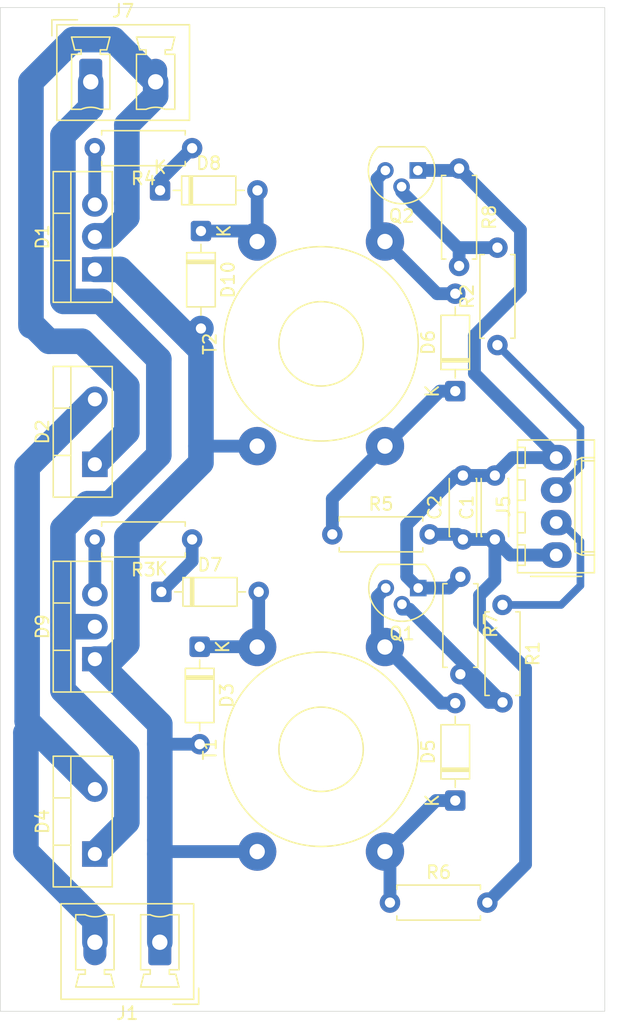
<source format=kicad_pcb>
(kicad_pcb (version 20241229) (generator "pcbnew") (generator_version "9.0")
  (layers (0 "F.Cu" signal) (2 "B.Cu" signal) (13 "F.Paste" user) (15 "B.Paste" user) (5 "F.SilkS" user "F.Silkscreen") (7 "B.SilkS" user "B.Silkscreen") (1 "F.Mask" user) (3 "B.Mask" user) (25 "Edge.Cuts" user))
  (net 0 "")
  (net 1 "+VDC")
  (net 2 "-VDC")
  (net 3 "NEUT")
  (net 4 "Net-(D1-G)")
  (net 5 "LINE")
  (net 6 "Net-(D7-K)")
  (net 7 "+5V")
  (net 8 "Net-(D5-A)")
  (net 9 "Net-(D6-A)")
  (net 10 "SCR2")
  (net 11 "SCR1")
  (net 12 "GND")
  (net 13 "Net-(Q1-B)")
  (net 14 "Net-(Q2-B)")
  (net 15 "Net-(D3-K)")
  (net 16 "Net-(D8-K)")
  (net 17 "Net-(D10-K)")
  (net 18 "Net-(D9-G)")
  (net 19 "Net-(D5-K)")
  (net 20 "Net-(D6-K)")
  (footprint "Resistor_THT:R_Axial_DIN0207_L6.3mm_D2.5mm_P7.62mm_Horizontal" (layer "F.Cu") (at 169.2 95.4 90)
    (property "Reference" "R2" (at 3.81 -2.37 90) (layer "F.SilkS"))
    (property "Value" "R")
    (fp_line (start 7.08 -1.37) (end 7.08 -1.04) (stroke (width 0.12)) (layer "F.SilkS"))
    (fp_line (start 0.54 -1.37) (end 7.08 -1.37) (stroke (width 0.12)) (layer "F.SilkS"))
    (fp_line (start 0.54 -1.04) (end 0.54 -1.37) (stroke (width 0.12)) (layer "F.SilkS"))
    (fp_line (start 0.54 1.04) (end 0.54 1.37) (stroke (width 0.12)) (layer "F.SilkS"))
    (fp_line (start 7.08 1.37) (end 7.08 1.04) (stroke (width 0.12)) (layer "F.SilkS"))
    (fp_line (start 0.54 1.37) (end 7.08 1.37) (stroke (width 0.12)) (layer "F.SilkS"))
    (pad "1" thru_hole circle (at 0 0 90) (size 1.6 1.6) (drill 0.8) (layers "*.Cu" "*.Mask") (net 10 "SCR2"))
    (pad "2" thru_hole circle (at 7.62 0 90) (size 1.6 1.6) (drill 0.8) (layers "*.Cu" "*.Mask") (net 14 "Net-(Q2-B)"))
  )
  (footprint "Package_TO_SOT_THT:TO-92" (layer "F.Cu") (at 162.97 81.74 180)
    (property "Reference" "Q2" (at 1.27 -3.56 0) (layer "F.SilkS"))
    (property "Value" "Q_NPN_EBC")
    (fp_line (start -0.53 1.85) (end 3.07 1.85) (stroke (width 0.12)) (layer "F.SilkS"))
    (fp_arc (start 1.27 -2.6) (mid 3.672087 -0.994977) (end 3.108478 1.838478) (stroke (width 0.12)) (layer "F.SilkS"))
    (fp_arc (start -0.568478 1.838478) (mid -1.132087 -0.994977) (end 1.27 -2.6) (stroke (width 0.12)) (layer "F.SilkS"))
    (pad "1" thru_hole rect (at 0 0 180) (size 1.3 1.3) (drill 0.75) (layers "*.Cu" "*.Mask") (net 12 "GND"))
    (pad "2" thru_hole circle (at 1.27 -1.27 180) (size 1.3 1.3) (drill 0.75) (layers "*.Cu" "*.Mask") (net 14 "Net-(Q2-B)"))
    (pad "3" thru_hole circle (at 2.54 0 180) (size 1.3 1.3) (drill 0.75) (layers "*.Cu" "*.Mask") (net 9 "Net-(D6-A)"))
  )
  (footprint "Capacitor_THT:C_Disc_D4.3mm_W1.9mm_P5.00mm" (layer "F.Cu") (at 166.5 110.6 90)
    (property "Reference" "C2" (at 2.5 -2.2 90) (layer "F.SilkS"))
    (property "Value" "C")
    (fp_line (start 0.23 -1.07) (end 4.77 -1.07) (stroke (width 0.12)) (layer "F.SilkS"))
    (fp_line (start 0.23 -1.014) (end 0.23 -1.07) (stroke (width 0.12)) (layer "F.SilkS"))
    (fp_line (start 4.77 1.014) (end 4.77 1.07) (stroke (width 0.12)) (layer "F.SilkS"))
    (fp_line (start 4.77 1.07) (end 0.23 1.07) (stroke (width 0.12)) (layer "F.SilkS"))
    (pad "1" thru_hole circle (at 0 0 90) (size 1.6 1.6) (drill 0.8) (layers "*.Cu" "*.Mask") (net 7 "+5V"))
    (pad "2" thru_hole circle (at 5 0 90) (size 1.6 1.6) (drill 0.8) (layers "*.Cu" "*.Mask") (net 12 "GND"))
  )
  (footprint "Package_TO_SOT_THT:TO-220-3_Vertical" (layer "F.Cu") (at 137.7 89.48 90)
    (property "Reference" "D1" (at 2.54 -4.1 90) (layer "F.SilkS"))
    (property "Value" "Q_SCR_KAG")
    (fp_line (start 7.65 -3.26) (end 7.65 1.36) (stroke (width 0.12)) (layer "F.SilkS"))
    (fp_line (start 4.39 -3.26) (end 4.39 -1.88) (stroke (width 0.12)) (layer "F.SilkS"))
    (fp_line (start 0.69 -3.26) (end 0.69 -1.88) (stroke (width 0.12)) (layer "F.SilkS"))
    (fp_line (start -2.57 -3.26) (end 7.65 -3.26) (stroke (width 0.12)) (layer "F.SilkS"))
    (fp_line (start -2.57 -1.88) (end 7.65 -1.88) (stroke (width 0.12)) (layer "F.SilkS"))
    (fp_line (start 7.65 1.36) (end -2.57 1.36) (stroke (width 0.12)) (layer "F.SilkS"))
    (fp_line (start -2.57 1.36) (end -2.57 -3.26) (stroke (width 0.12)) (layer "F.SilkS"))
    (pad "1" thru_hole rect (at 0 0 90) (size 1.905 2) (drill 1.1) (layers "*.Cu" "*.Mask") (net 1 "+VDC"))
    (pad "2" thru_hole oval (at 2.54 0 90) (size 1.905 2) (drill 1.1) (layers "*.Cu" "*.Mask") (net 5 "LINE"))
    (pad "3" thru_hole oval (at 5.08 0 90) (size 1.905 2) (drill 1.1) (layers "*.Cu" "*.Mask") (net 4 "Net-(D1-G)"))
  )
  (footprint "Diode_THT:D_DO-35_SOD27_P7.62mm_Horizontal" (layer "F.Cu") (at 145.9 118.99 -90)
    (property "Reference" "D3" (at 3.81 -2.12 90) (layer "F.SilkS"))
    (property "Value" "1N4148")
    (fp_line (start 1.04 0) (end 1.69 0) (stroke (width 0.12)) (layer "F.SilkS"))
    (fp_line (start 6.58 0) (end 5.93 0) (stroke (width 0.12)) (layer "F.SilkS"))
    (fp_line (start 2.29 -1.12) (end 2.29 1.12) (stroke (width 0.12)) (layer "F.SilkS"))
    (fp_line (start 2.41 -1.12) (end 2.41 1.12) (stroke (width 0.12)) (layer "F.SilkS"))
    (fp_line (start 2.53 -1.12) (end 2.53 1.12) (stroke (width 0.12)) (layer "F.SilkS"))
    (fp_rect (start 1.69 -1.12) (end 5.93 1.12) (stroke (width 0.12)) (fill no) (layer "F.SilkS"))
    (fp_text user "K" (at 0 -1.8 90) (layer "F.SilkS"))
    (pad "1" thru_hole roundrect (at 0 0 270) (size 1.6 1.6) (drill 0.8) (layers "*.Cu" "*.Mask") (roundrect_rratio 0.15625) (net 15 "Net-(D3-K)"))
    (pad "2" thru_hole circle (at 7.62 0 270) (size 1.6 1.6) (drill 0.8) (layers "*.Cu" "*.Mask") (net 1 "+VDC"))
  )
  (footprint "Diode_THT:D_DO-35_SOD27_P7.62mm_Horizontal" (layer "F.Cu") (at 142.8 83.3)
    (property "Reference" "D8" (at 3.81 -2.12 0) (layer "F.SilkS"))
    (property "Value" "1N4148")
    (fp_line (start 1.04 0) (end 1.69 0) (stroke (width 0.12)) (layer "F.SilkS"))
    (fp_line (start 2.29 -1.12) (end 2.29 1.12) (stroke (width 0.12)) (layer "F.SilkS"))
    (fp_line (start 2.41 -1.12) (end 2.41 1.12) (stroke (width 0.12)) (layer "F.SilkS"))
    (fp_line (start 2.53 -1.12) (end 2.53 1.12) (stroke (width 0.12)) (layer "F.SilkS"))
    (fp_line (start 6.58 0) (end 5.93 0) (stroke (width 0.12)) (layer "F.SilkS"))
    (fp_rect (start 1.69 -1.12) (end 5.93 1.12) (stroke (width 0.12)) (fill no) (layer "F.SilkS"))
    (fp_text user "K" (at 0 -1.8 0) (layer "F.SilkS"))
    (pad "1" thru_hole roundrect (at 0 0) (size 1.6 1.6) (drill 0.8) (layers "*.Cu" "*.Mask") (roundrect_rratio 0.15625) (net 16 "Net-(D8-K)"))
    (pad "2" thru_hole circle (at 7.62 0) (size 1.6 1.6) (drill 0.8) (layers "*.Cu" "*.Mask") (net 17 "Net-(D10-K)"))
  )
  (footprint "Connector_Molex:Molex_KK-254_AE-6410-04A_1x04_P2.54mm_Vertical" (layer "F.Cu") (at 173.8 111.82 90)
    (property "Reference" "J5" (at 3.81 -4.12 90) (layer "F.SilkS"))
    (property "Value" "jst")
    (fp_line (start 9 -3.03) (end -1.38 -3.03) (stroke (width 0.12)) (layer "F.SilkS"))
    (fp_line (start 6.82 -3.03) (end 6.82 -2.43) (stroke (width 0.12)) (layer "F.SilkS"))
    (fp_line (start 4.28 -3.03) (end 4.28 -2.43) (stroke (width 0.12)) (layer "F.SilkS"))
    (fp_line (start 1.74 -3.03) (end 1.74 -2.43) (stroke (width 0.12)) (layer "F.SilkS"))
    (fp_line (start -0.8 -3.03) (end -0.8 -2.43) (stroke (width 0.12)) (layer "F.SilkS"))
    (fp_line (start -1.38 -3.03) (end -1.38 2.99) (stroke (width 0.12)) (layer "F.SilkS"))
    (fp_line (start 8.42 -2.43) (end 8.42 -3.03) (stroke (width 0.12)) (layer "F.SilkS"))
    (fp_line (start 6.82 -2.43) (end 8.42 -2.43) (stroke (width 0.12)) (layer "F.SilkS"))
    (fp_line (start 5.88 -2.43) (end 5.88 -3.03) (stroke (width 0.12)) (layer "F.SilkS"))
    (fp_line (start 4.28 -2.43) (end 5.88 -2.43) (stroke (width 0.12)) (layer "F.SilkS"))
    (fp_line (start 3.34 -2.43) (end 3.34 -3.03) (stroke (width 0.12)) (layer "F.SilkS"))
    (fp_line (start 1.74 -2.43) (end 3.34 -2.43) (stroke (width 0.12)) (layer "F.SilkS"))
    (fp_line (start 0.8 -2.43) (end 0.8 -3.03) (stroke (width 0.12)) (layer "F.SilkS"))
    (fp_line (start -0.8 -2.43) (end 0.8 -2.43) (stroke (width 0.12)) (layer "F.SilkS"))
    (fp_line (start -1.67 -2) (end -1.67 2) (stroke (width 0.12)) (layer "F.SilkS"))
    (fp_line (start 7.37 1.46) (end 7.62 1.99) (stroke (width 0.12)) (layer "F.SilkS"))
    (fp_line (start 0.25 1.46) (end 7.37 1.46) (stroke (width 0.12)) (layer "F.SilkS"))
    (fp_line (start 7.62 1.99) (end 7.62 2.99) (stroke (width 0.12)) (layer "F.SilkS"))
    (fp_line (start 0 1.99) (end 0.25 1.46) (stroke (width 0.12)) (layer "F.SilkS"))
    (fp_line (start 0 1.99) (end 7.62 1.99) (stroke (width 0.12)) (layer "F.SilkS"))
    (fp_line (start 9 2.99) (end 9 -3.03) (stroke (width 0.12)) (layer "F.SilkS"))
    (fp_line (start 7.37 2.99) (end 7.37 1.99) (stroke (width 0.12)) (layer "F.SilkS"))
    (fp_line (start 0.25 2.99) (end 0.25 1.99) (stroke (width 0.12)) (layer "F.SilkS"))
    (fp_line (start 0 2.99) (end 0 1.99) (stroke (width 0.12)) (layer "F.SilkS"))
    (fp_line (start -1.38 2.99) (end 9 2.99) (stroke (width 0.12)) (layer "F.SilkS"))
    (pad "1" thru_hole oval (at 0 0 90) (size 2 2.4) (drill 1) (layers "*.Cu" "*.Mask") (net 7 "+5V"))
    (pad "2" thru_hole oval (at 2.54 0 90) (size 2 2.4) (drill 1) (layers "*.Cu" "*.Mask") (net 11 "SCR1"))
    (pad "3" thru_hole oval (at 5.08 0 90) (size 2 2.4) (drill 1) (layers "*.Cu" "*.Mask") (net 10 "SCR2"))
    (pad "4" thru_hole oval (at 7.62 0 90) (size 2 2.4) (drill 1) (layers "*.Cu" "*.Mask") (net 12 "GND"))
  )
  (footprint "Diode_THT:D_DO-35_SOD27_P7.62mm_Horizontal" (layer "F.Cu") (at 165.9 131.02 90)
    (property "Reference" "D5" (at 3.81 -2.12 90) (layer "F.SilkS"))
    (property "Value" "1N4148")
    (fp_line (start 2.53 -1.12) (end 2.53 1.12) (stroke (width 0.12)) (layer "F.SilkS"))
    (fp_line (start 2.41 -1.12) (end 2.41 1.12) (stroke (width 0.12)) (layer "F.SilkS"))
    (fp_line (start 2.29 -1.12) (end 2.29 1.12) (stroke (width 0.12)) (layer "F.SilkS"))
    (fp_line (start 6.58 0) (end 5.93 0) (stroke (width 0.12)) (layer "F.SilkS"))
    (fp_line (start 1.04 0) (end 1.69 0) (stroke (width 0.12)) (layer "F.SilkS"))
    (fp_rect (start 1.69 -1.12) (end 5.93 1.12) (stroke (width 0.12)) (fill no) (layer "F.SilkS"))
    (fp_text user "K" (at 0 -1.8 90) (layer "F.SilkS"))
    (pad "1" thru_hole roundrect (at 0 0 90) (size 1.6 1.6) (drill 0.8) (layers "*.Cu" "*.Mask") (roundrect_rratio 0.15625) (net 19 "Net-(D5-K)"))
    (pad "2" thru_hole circle (at 7.62 0 90) (size 1.6 1.6) (drill 0.8) (layers "*.Cu" "*.Mask") (net 8 "Net-(D5-A)"))
  )
  (footprint "Transformer_THT:Transformer_Toroid_Horizontal_D14.0mm_Amidon-T50" (layer "F.Cu") (at 160.4 135.01 90)
    (property "Reference" "T1" (at 8 -13.7 90) (layer "F.SilkS"))
    (property "Value" "Transformer_1P_1S")
    (fp_circle (center 8 -5) (end 8 -12.6) (stroke (width 0.12)) (fill no) (layer "F.SilkS"))
    (fp_circle (center 8 -5) (end 8 -8.3) (stroke (width 0.12)) (fill no) (layer "F.SilkS"))
    (pad "1" thru_hole circle (at 0 0 90) (size 3 3) (drill 1.2) (layers "*.Cu" "*.Mask") (net 19 "Net-(D5-K)"))
    (pad "2" thru_hole circle (at 16 0 90) (size 3 3) (drill 1.2) (layers "*.Cu" "*.Mask") (net 8 "Net-(D5-A)"))
    (pad "3" thru_hole circle (at 0 -10 90) (size 3 3) (drill 1.2) (layers "*.Cu" "*.Mask") (net 1 "+VDC"))
    (pad "4" thru_hole circle (at 16 -10 90) (size 3 3) (drill 1.2) (layers "*.Cu" "*.Mask") (net 15 "Net-(D3-K)"))
  )
  (footprint "Diode_THT:D_DO-35_SOD27_P7.62mm_Horizontal" (layer "F.Cu") (at 142.9 114.7)
    (property "Reference" "D7" (at 3.81 -2.12 0) (layer "F.SilkS"))
    (property "Value" "1N4148")
    (fp_line (start 1.04 0) (end 1.69 0) (stroke (width 0.12)) (layer "F.SilkS"))
    (fp_line (start 2.29 -1.12) (end 2.29 1.12) (stroke (width 0.12)) (layer "F.SilkS"))
    (fp_line (start 2.41 -1.12) (end 2.41 1.12) (stroke (width 0.12)) (layer "F.SilkS"))
    (fp_line (start 2.53 -1.12) (end 2.53 1.12) (stroke (width 0.12)) (layer "F.SilkS"))
    (fp_line (start 6.58 0) (end 5.93 0) (stroke (width 0.12)) (layer "F.SilkS"))
    (fp_rect (start 1.69 -1.12) (end 5.93 1.12) (stroke (width 0.12)) (fill no) (layer "F.SilkS"))
    (fp_text user "K" (at 0 -1.8 0) (layer "F.SilkS"))
    (pad "1" thru_hole roundrect (at 0 0) (size 1.6 1.6) (drill 0.8) (layers "*.Cu" "*.Mask") (roundrect_rratio 0.15625) (net 6 "Net-(D7-K)"))
    (pad "2" thru_hole circle (at 7.62 0) (size 1.6 1.6) (drill 0.8) (layers "*.Cu" "*.Mask") (net 15 "Net-(D3-K)"))
  )
  (footprint "Resistor_THT:R_Axial_DIN0207_L6.3mm_D2.5mm_P7.62mm_Horizontal" (layer "F.Cu") (at 166.2 81.59 -90)
    (property "Reference" "R8" (at 3.81 -2.37 90) (layer "F.SilkS"))
    (property "Value" "R")
    (fp_line (start 0.54 1.37) (end 7.08 1.37) (stroke (width 0.12)) (layer "F.SilkS"))
    (fp_line (start 7.08 1.37) (end 7.08 1.04) (stroke (width 0.12)) (layer "F.SilkS"))
    (fp_line (start 0.54 1.04) (end 0.54 1.37) (stroke (width 0.12)) (layer "F.SilkS"))
    (fp_line (start 0.54 -1.04) (end 0.54 -1.37) (stroke (width 0.12)) (layer "F.SilkS"))
    (fp_line (start 0.54 -1.37) (end 7.08 -1.37) (stroke (width 0.12)) (layer "F.SilkS"))
    (fp_line (start 7.08 -1.37) (end 7.08 -1.04) (stroke (width 0.12)) (layer "F.SilkS"))
    (pad "1" thru_hole circle (at 0 0 270) (size 1.6 1.6) (drill 0.8) (layers "*.Cu" "*.Mask") (net 12 "GND"))
    (pad "2" thru_hole circle (at 7.62 0 270) (size 1.6 1.6) (drill 0.8) (layers "*.Cu" "*.Mask") (net 14 "Net-(Q2-B)"))
  )
  (footprint "Package_TO_SOT_THT:TO-220-2_Vertical" (layer "F.Cu") (at 137.7 104.72 90)
    (property "Reference" "D2" (at 2.54 -4.1 90) (layer "F.SilkS"))
    (property "Value" "D")
    (fp_line (start 7.65 -3.26) (end 7.65 1.36) (stroke (width 0.12)) (layer "F.SilkS"))
    (fp_line (start 4.39 -3.26) (end 4.39 -1.88) (stroke (width 0.12)) (layer "F.SilkS"))
    (fp_line (start 0.69 -3.26) (end 0.69 -1.88) (stroke (width 0.12)) (layer "F.SilkS"))
    (fp_line (start -2.57 -3.26) (end 7.65 -3.26) (stroke (width 0.12)) (layer "F.SilkS"))
    (fp_line (start -2.57 -1.88) (end 7.65 -1.88) (stroke (width 0.12)) (layer "F.SilkS"))
    (fp_line (start 7.65 1.36) (end -2.57 1.36) (stroke (width 0.12)) (layer "F.SilkS"))
    (fp_line (start -2.57 1.36) (end -2.57 -3.26) (stroke (width 0.12)) (layer "F.SilkS"))
    (pad "1" thru_hole rect (at 0 0 90) (size 2 2) (drill 1.1) (layers "*.Cu" "*.Mask") (net 5 "LINE"))
    (pad "2" thru_hole circle (at 5.08 0 90) (size 2 2) (drill 1.1) (layers "*.Cu" "*.Mask") (net 2 "-VDC"))
  )
  (footprint "Resistor_THT:R_Axial_DIN0207_L6.3mm_D2.5mm_P7.62mm_Horizontal" (layer "F.Cu") (at 145.31 80 180)
    (property "Reference" "R4" (at 3.81 -2.37 0) (layer "F.SilkS"))
    (property "Value" "R")
    (fp_line (start 7.08 1.37) (end 7.08 1.04) (stroke (width 0.12)) (layer "F.SilkS"))
    (fp_line (start 7.08 -1.37) (end 7.08 -1.04) (stroke (width 0.12)) (layer "F.SilkS"))
    (fp_line (start 0.54 1.37) (end 7.08 1.37) (stroke (width 0.12)) (layer "F.SilkS"))
    (fp_line (start 0.54 1.04) (end 0.54 1.37) (stroke (width 0.12)) (layer "F.SilkS"))
    (fp_line (start 0.54 -1.04) (end 0.54 -1.37) (stroke (width 0.12)) (layer "F.SilkS"))
    (fp_line (start 0.54 -1.37) (end 7.08 -1.37) (stroke (width 0.12)) (layer "F.SilkS"))
    (pad "1" thru_hole circle (at 0 0 180) (size 1.6 1.6) (drill 0.8) (layers "*.Cu" "*.Mask") (net 16 "Net-(D8-K)"))
    (pad "2" thru_hole circle (at 7.62 0 180) (size 1.6 1.6) (drill 0.8) (layers "*.Cu" "*.Mask") (net 4 "Net-(D1-G)"))
  )
  (footprint "Package_TO_SOT_THT:TO-92" (layer "F.Cu") (at 163 114.4 180)
    (property "Reference" "Q1" (at 1.27 -3.56 0) (layer "F.SilkS"))
    (property "Value" "Q_NPN_EBC")
    (fp_line (start -0.53 1.85) (end 3.07 1.85) (stroke (width 0.12)) (layer "F.SilkS"))
    (fp_arc (start 1.27 -2.6) (mid 3.672087 -0.994977) (end 3.108478 1.838478) (stroke (width 0.12)) (layer "F.SilkS"))
    (fp_arc (start -0.568478 1.838478) (mid -1.132087 -0.994977) (end 1.27 -2.6) (stroke (width 0.12)) (layer "F.SilkS"))
    (pad "1" thru_hole rect (at 0 0 180) (size 1.3 1.3) (drill 0.75) (layers "*.Cu" "*.Mask") (net 12 "GND"))
    (pad "2" thru_hole circle (at 1.27 -1.27 180) (size 1.3 1.3) (drill 0.75) (layers "*.Cu" "*.Mask") (net 13 "Net-(Q1-B)"))
    (pad "3" thru_hole circle (at 2.54 0 180) (size 1.3 1.3) (drill 0.75) (layers "*.Cu" "*.Mask") (net 8 "Net-(D5-A)"))
  )
  (footprint "Connector_Phoenix_MC_HighVoltage:PhoenixContact_MCV_1,5_2-G-5.08_1x02_P5.08mm_Vertical" (layer "F.Cu") (at 137.3745 74.808714)
    (property "Reference" "J7" (at 2.54 -5.55 0) (layer "F.SilkS"))
    (property "Value" "VAC")
    (fp_line (start -3.04 -4.85) (end -1.04 -4.85) (stroke (width 0.12)) (layer "F.SilkS"))
    (fp_line (start -3.04 -3.6) (end -3.04 -4.85) (stroke (width 0.12)) (layer "F.SilkS"))
    (fp_line (start -2.65 -4.46) (end -2.65 3.01) (stroke (width 0.12)) (layer "F.SilkS"))
    (fp_line (start -2.65 3.01) (end 7.73 3.01) (stroke (width 0.12)) (layer "F.SilkS"))
    (fp_line (start -1.5 -3.5) (end 1.5 -3.5) (stroke (width 0.12)) (layer "F.SilkS"))
    (fp_line (start -1.5 -2.15) (end -0.75 -2.15) (stroke (width 0.12)) (layer "F.SilkS"))
    (fp_line (start -1.5 2.15) (end -1.5 -2.15) (stroke (width 0.12)) (layer "F.SilkS"))
    (fp_line (start -1.25 -2.5) (end -1.5 -3.5) (stroke (width 0.12)) (layer "F.SilkS"))
    (fp_line (start -0.75 -2.5) (end -1.25 -2.5) (stroke (width 0.12)) (layer "F.SilkS"))
    (fp_line (start -0.75 -2.15) (end -0.75 -2.5) (stroke (width 0.12)) (layer "F.SilkS"))
    (fp_line (start -0.75 2.15) (end -1.5 2.15) (stroke (width 0.12)) (layer "F.SilkS"))
    (fp_line (start 0.75 -2.5) (end 0.75 -2.15) (stroke (width 0.12)) (layer "F.SilkS"))
    (fp_line (start 0.75 -2.15) (end 1.5 -2.15) (stroke (width 0.12)) (layer "F.SilkS"))
    (fp_line (start 1.25 -2.5) (end 0.75 -2.5) (stroke (width 0.12)) (layer "F.SilkS"))
    (fp_line (start 1.5 -3.5) (end 1.25 -2.5) (stroke (width 0.12)) (layer "F.SilkS"))
    (fp_line (start 1.5 -2.15) (end 1.5 2.15) (stroke (width 0.12)) (layer "F.SilkS"))
    (fp_line (start 1.5 2.15) (end 0.75 2.15) (stroke (width 0.12)) (layer "F.SilkS"))
    (fp_line (start 3.58 -3.5) (end 6.58 -3.5) (stroke (width 0.12)) (layer "F.SilkS"))
    (fp_line (start 3.58 -2.15) (end 4.33 -2.15) (stroke (width 0.12)) (layer "F.SilkS"))
    (fp_line (start 3.58 2.15) (end 3.58 -2.15) (stroke (width 0.12)) (layer "F.SilkS"))
    (fp_line (start 3.83 -2.5) (end 3.58 -3.5) (stroke (width 0.12)) (layer "F.SilkS"))
    (fp_line (start 4.33 -2.5) (end 3.83 -2.5) (stroke (width 0.12)) (layer "F.SilkS"))
    (fp_line (start 4.33 -2.15) (end 4.33 -2.5) (stroke (width 0.12)) (layer "F.SilkS"))
    (fp_line (start 4.33 2.15) (end 3.58 2.15) (stroke (width 0.12)) (layer "F.SilkS"))
    (fp_line (start 5.83 -2.5) (end 5.83 -2.15) (stroke (width 0.12)) (layer "F.SilkS"))
    (fp_line (start 5.83 -2.15) (end 6.58 -2.15) (stroke (width 0.12)) (layer "F.SilkS"))
    (fp_line (start 6.33 -2.5) (end 5.83 -2.5) (stroke (width 0.12)) (layer "F.SilkS"))
    (fp_line (start 6.58 -3.5) (end 6.33 -2.5) (stroke (width 0.12)) (layer "F.SilkS"))
    (fp_line (start 6.58 -2.15) (end 6.58 2.15) (stroke (width 0.12)) (layer "F.SilkS"))
    (fp_line (start 6.58 2.15) (end 5.83 2.15) (stroke (width 0.12)) (layer "F.SilkS"))
    (fp_line (start 7.73 -4.46) (end -2.65 -4.46) (stroke (width 0.12)) (layer "F.SilkS"))
    (fp_line (start 7.73 3.01) (end 7.73 -4.46) (stroke (width 0.12)) (layer "F.SilkS"))
    (fp_arc (start -0.75 2.15) (mid -0.000193 1.99191) (end 0.749647 2.149844) (stroke (width 0.12)) (layer "F.SilkS"))
    (fp_arc (start 4.33 2.15) (mid 5.079807 1.99191) (end 5.829647 2.149844) (stroke (width 0.12)) (layer "F.SilkS"))
    (pad "1" thru_hole roundrect (at 0 0) (size 1.8 3.6) (drill 1.2) (layers "*.Cu" "*.Mask") (roundrect_rratio 0.138889) (net 3 "NEUT"))
    (pad "2" thru_hole oval (at 5.08 0) (size 1.8 3.6) (drill 1.2) (layers "*.Cu" "*.Mask") (net 5 "LINE"))
  )
  (footprint "Diode_THT:D_DO-35_SOD27_P7.62mm_Horizontal" (layer "F.Cu") (at 165.9 99 90)
    (property "Reference" "D6" (at 3.81 -2.12 90) (layer "F.SilkS"))
    (property "Value" "1N4148")
    (fp_line (start 2.53 -1.12) (end 2.53 1.12) (stroke (width 0.12)) (layer "F.SilkS"))
    (fp_line (start 2.41 -1.12) (end 2.41 1.12) (stroke (width 0.12)) (layer "F.SilkS"))
    (fp_line (start 2.29 -1.12) (end 2.29 1.12) (stroke (width 0.12)) (layer "F.SilkS"))
    (fp_line (start 6.58 0) (end 5.93 0) (stroke (width 0.12)) (layer "F.SilkS"))
    (fp_line (start 1.04 0) (end 1.69 0) (stroke (width 0.12)) (layer "F.SilkS"))
    (fp_rect (start 1.69 -1.12) (end 5.93 1.12) (stroke (width 0.12)) (fill no) (layer "F.SilkS"))
    (fp_text user "K" (at 0 -1.8 90) (layer "F.SilkS"))
    (pad "1" thru_hole roundrect (at 0 0 90) (size 1.6 1.6) (drill 0.8) (layers "*.Cu" "*.Mask") (roundrect_rratio 0.15625) (net 20 "Net-(D6-K)"))
    (pad "2" thru_hole circle (at 7.62 0 90) (size 1.6 1.6) (drill 0.8) (layers "*.Cu" "*.Mask") (net 9 "Net-(D6-A)"))
  )
  (footprint "Package_TO_SOT_THT:TO-220-2_Vertical" (layer "F.Cu") (at 137.7 135.2 90)
    (property "Reference" "D4" (at 2.54 -4.1 90) (layer "F.SilkS"))
    (property "Value" "D")
    (fp_line (start 7.65 -3.26) (end 7.65 1.36) (stroke (width 0.12)) (layer "F.SilkS"))
    (fp_line (start 4.39 -3.26) (end 4.39 -1.88) (stroke (width 0.12)) (layer "F.SilkS"))
    (fp_line (start 0.69 -3.26) (end 0.69 -1.88) (stroke (width 0.12)) (layer "F.SilkS"))
    (fp_line (start -2.57 -3.26) (end 7.65 -3.26) (stroke (width 0.12)) (layer "F.SilkS"))
    (fp_line (start -2.57 -1.88) (end 7.65 -1.88) (stroke (width 0.12)) (layer "F.SilkS"))
    (fp_line (start 7.65 1.36) (end -2.57 1.36) (stroke (width 0.12)) (layer "F.SilkS"))
    (fp_line (start -2.57 1.36) (end -2.57 -3.26) (stroke (width 0.12)) (layer "F.SilkS"))
    (pad "1" thru_hole rect (at 0 0 90) (size 2 2) (drill 1.1) (layers "*.Cu" "*.Mask") (net 3 "NEUT"))
    (pad "2" thru_hole circle (at 5.08 0 90) (size 2 2) (drill 1.1) (layers "*.Cu" "*.Mask") (net 2 "-VDC"))
  )
  (footprint "Connector_Phoenix_MC_HighVoltage:PhoenixContact_MCV_1,5_2-G-5.08_1x02_P5.08mm_Vertical" (layer "F.Cu") (at 142.78 142.1 180)
    (property "Reference" "J1" (at 2.54 -5.55 0) (layer "F.SilkS"))
    (property "Value" "VDC")
    (fp_line (start 7.73 3.01) (end 7.73 -4.46) (stroke (width 0.12)) (layer "F.SilkS"))
    (fp_line (start 7.73 -4.46) (end -2.65 -4.46) (stroke (width 0.12)) (layer "F.SilkS"))
    (fp_line (start 6.58 2.15) (end 5.83 2.15) (stroke (width 0.12)) (layer "F.SilkS"))
    (fp_line (start 6.58 -2.15) (end 6.58 2.15) (stroke (width 0.12)) (layer "F.SilkS"))
    (fp_line (start 6.58 -3.5) (end 6.33 -2.5) (stroke (width 0.12)) (layer "F.SilkS"))
    (fp_line (start 6.33 -2.5) (end 5.83 -2.5) (stroke (width 0.12)) (layer "F.SilkS"))
    (fp_line (start 5.83 -2.15) (end 6.58 -2.15) (stroke (width 0.12)) (layer "F.SilkS"))
    (fp_line (start 5.83 -2.5) (end 5.83 -2.15) (stroke (width 0.12)) (layer "F.SilkS"))
    (fp_line (start 4.33 2.15) (end 3.58 2.15) (stroke (width 0.12)) (layer "F.SilkS"))
    (fp_line (start 4.33 -2.15) (end 4.33 -2.5) (stroke (width 0.12)) (layer "F.SilkS"))
    (fp_line (start 4.33 -2.5) (end 3.83 -2.5) (stroke (width 0.12)) (layer "F.SilkS"))
    (fp_line (start 3.83 -2.5) (end 3.58 -3.5) (stroke (width 0.12)) (layer "F.SilkS"))
    (fp_line (start 3.58 2.15) (end 3.58 -2.15) (stroke (width 0.12)) (layer "F.SilkS"))
    (fp_line (start 3.58 -2.15) (end 4.33 -2.15) (stroke (width 0.12)) (layer "F.SilkS"))
    (fp_line (start 3.58 -3.5) (end 6.58 -3.5) (stroke (width 0.12)) (layer "F.SilkS"))
    (fp_line (start 1.5 2.15) (end 0.75 2.15) (stroke (width 0.12)) (layer "F.SilkS"))
    (fp_line (start 1.5 -2.15) (end 1.5 2.15) (stroke (width 0.12)) (layer "F.SilkS"))
    (fp_line (start 1.5 -3.5) (end 1.25 -2.5) (stroke (width 0.12)) (layer "F.SilkS"))
    (fp_line (start 1.25 -2.5) (end 0.75 -2.5) (stroke (width 0.12)) (layer "F.SilkS"))
    (fp_line (start 0.75 -2.15) (end 1.5 -2.15) (stroke (width 0.12)) (layer "F.SilkS"))
    (fp_line (start 0.75 -2.5) (end 0.75 -2.15) (stroke (width 0.12)) (layer "F.SilkS"))
    (fp_line (start -0.75 2.15) (end -1.5 2.15) (stroke (width 0.12)) (layer "F.SilkS"))
    (fp_line (start -0.75 -2.15) (end -0.75 -2.5) (stroke (width 0.12)) (layer "F.SilkS"))
    (fp_line (start -0.75 -2.5) (end -1.25 -2.5) (stroke (width 0.12)) (layer "F.SilkS"))
    (fp_line (start -1.25 -2.5) (end -1.5 -3.5) (stroke (width 0.12)) (layer "F.SilkS"))
    (fp_line (start -1.5 2.15) (end -1.5 -2.15) (stroke (width 0.12)) (layer "F.SilkS"))
    (fp_line (start -1.5 -2.15) (end -0.75 -2.15) (stroke (width 0.12)) (layer "F.SilkS"))
    (fp_line (start -1.5 -3.5) (end 1.5 -3.5) (stroke (width 0.12)) (layer "F.SilkS"))
    (fp_line (start -2.65 3.01) (end 7.73 3.01) (stroke (width 0.12)) (layer "F.SilkS"))
    (fp_line (start -2.65 -4.46) (end -2.65 3.01) (stroke (width 0.12)) (layer "F.SilkS"))
    (fp_line (start -3.04 -3.6) (end -3.04 -4.85) (stroke (width 0.12)) (layer "F.SilkS"))
    (fp_line (start -3.04 -4.85) (end -1.04 -4.85) (stroke (width 0.12)) (layer "F.SilkS"))
    (fp_arc (start 4.33 2.15) (mid 5.079807 1.99191) (end 5.829647 2.149844) (stroke (width 0.12)) (layer "F.SilkS"))
    (fp_arc (start -0.75 2.15) (mid -0.000193 1.99191) (end 0.749647 2.149844) (stroke (width 0.12)) (layer "F.SilkS"))
    (pad "1" thru_hole roundrect (at 0 0 180) (size 1.8 3.6) (drill 1.2) (layers "*.Cu" "*.Mask") (roundrect_rratio 0.138889) (net 1 "+VDC"))
    (pad "2" thru_hole oval (at 5.08 0 180) (size 1.8 3.6) (drill 1.2) (layers "*.Cu" "*.Mask") (net 2 "-VDC"))
  )
  (footprint "Resistor_THT:R_Axial_DIN0207_L6.3mm_D2.5mm_P7.62mm_Horizontal" (layer "F.Cu") (at 160.79 139)
    (property "Reference" "R6" (at 3.81 -2.37 0) (layer "F.SilkS"))
    (property "Value" "R")
    (fp_line (start 0.54 -1.37) (end 7.08 -1.37) (stroke (width 0.12)) (layer "F.SilkS"))
    (fp_line (start 0.54 -1.04) (end 0.54 -1.37) (stroke (width 0.12)) (layer "F.SilkS"))
    (fp_line (start 0.54 1.04) (end 0.54 1.37) (stroke (width 0.12)) (layer "F.SilkS"))
    (fp_line (start 0.54 1.37) (end 7.08 1.37) (stroke (width 0.12)) (layer "F.SilkS"))
    (fp_line (start 7.08 -1.37) (end 7.08 -1.04) (stroke (width 0.12)) (layer "F.SilkS"))
    (fp_line (start 7.08 1.37) (end 7.08 1.04) (stroke (width 0.12)) (layer "F.SilkS"))
    (pad "1" thru_hole circle (at 0 0) (size 1.6 1.6) (drill 0.8) (layers "*.Cu" "*.Mask") (net 19 "Net-(D5-K)"))
    (pad "2" thru_hole circle (at 7.62 0) (size 1.6 1.6) (drill 0.8) (layers "*.Cu" "*.Mask") (net 7 "+5V"))
  )
  (footprint "Resistor_THT:R_Axial_DIN0207_L6.3mm_D2.5mm_P7.62mm_Horizontal" (layer "F.Cu") (at 145.31 110.6 180)
    (property "Reference" "R3" (at 3.81 -2.37 0) (layer "F.SilkS"))
    (property "Value" "R")
    (fp_line (start 7.08 1.37) (end 7.08 1.04) (stroke (width 0.12)) (layer "F.SilkS"))
    (fp_line (start 7.08 -1.37) (end 7.08 -1.04) (stroke (width 0.12)) (layer "F.SilkS"))
    (fp_line (start 0.54 1.37) (end 7.08 1.37) (stroke (width 0.12)) (layer "F.SilkS"))
    (fp_line (start 0.54 1.04) (end 0.54 1.37) (stroke (width 0.12)) (layer "F.SilkS"))
    (fp_line (start 0.54 -1.04) (end 0.54 -1.37) (stroke (width 0.12)) (layer "F.SilkS"))
    (fp_line (start 0.54 -1.37) (end 7.08 -1.37) (stroke (width 0.12)) (layer "F.SilkS"))
    (pad "1" thru_hole circle (at 0 0 180) (size 1.6 1.6) (drill 0.8) (layers "*.Cu" "*.Mask") (net 6 "Net-(D7-K)"))
    (pad "2" thru_hole circle (at 7.62 0 180) (size 1.6 1.6) (drill 0.8) (layers "*.Cu" "*.Mask") (net 18 "Net-(D9-G)"))
  )
  (footprint "Transformer_THT:Transformer_Toroid_Horizontal_D14.0mm_Amidon-T50" (layer "F.Cu") (at 160.4 103.3 90)
    (property "Reference" "T2" (at 8 -13.7 90) (layer "F.SilkS"))
    (property "Value" "Transformer_1P_1S")
    (fp_circle (center 8 -5) (end 8 -12.6) (stroke (width 0.12)) (fill no) (layer "F.SilkS"))
    (fp_circle (center 8 -5) (end 8 -8.3) (stroke (width 0.12)) (fill no) (layer "F.SilkS"))
    (pad "1" thru_hole circle (at 0 0 90) (size 3 3) (drill 1.2) (layers "*.Cu" "*.Mask") (net 20 "Net-(D6-K)"))
    (pad "2" thru_hole circle (at 16 0 90) (size 3 3) (drill 1.2) (layers "*.Cu" "*.Mask") (net 9 "Net-(D6-A)"))
    (pad "3" thru_hole circle (at 0 -10 90) (size 3 3) (drill 1.2) (layers "*.Cu" "*.Mask") (net 1 "+VDC"))
    (pad "4" thru_hole circle (at 16 -10 90) (size 3 3) (drill 1.2) (layers "*.Cu" "*.Mask") (net 17 "Net-(D10-K)"))
  )
  (footprint "Resistor_THT:R_Axial_DIN0207_L6.3mm_D2.5mm_P7.62mm_Horizontal" (layer "F.Cu") (at 169.6 115.72 -90)
    (property "Reference" "R1" (at 3.81 -2.37 90) (layer "F.SilkS"))
    (property "Value" "R")
    (fp_line (start 0.54 1.37) (end 7.08 1.37) (stroke (width 0.12)) (layer "F.SilkS"))
    (fp_line (start 7.08 1.37) (end 7.08 1.04) (stroke (width 0.12)) (layer "F.SilkS"))
    (fp_line (start 0.54 1.04) (end 0.54 1.37) (stroke (width 0.12)) (layer "F.SilkS"))
    (fp_line (start 0.54 -1.04) (end 0.54 -1.37) (stroke (width 0.12)) (layer "F.SilkS"))
    (fp_line (start 0.54 -1.37) (end 7.08 -1.37) (stroke (width 0.12)) (layer "F.SilkS"))
    (fp_line (start 7.08 -1.37) (end 7.08 -1.04) (stroke (width 0.12)) (layer "F.SilkS"))
    (pad "1" thru_hole circle (at 0 0 270) (size 1.6 1.6) (drill 0.8) (layers "*.Cu" "*.Mask") (net 11 "SCR1"))
    (pad "2" thru_hole circle (at 7.62 0 270) (size 1.6 1.6) (drill 0.8) (layers "*.Cu" "*.Mask") (net 13 "Net-(Q1-B)"))
  )
  (footprint "Resistor_THT:R_Axial_DIN0207_L6.3mm_D2.5mm_P7.62mm_Horizontal" (layer "F.Cu") (at 156.28 110.2)
    (property "Reference" "R5" (at 3.81 -2.37 0) (layer "F.SilkS"))
    (property "Value" "R")
    (fp_line (start 0.54 -1.37) (end 7.08 -1.37) (stroke (width 0.12)) (layer "F.SilkS"))
    (fp_line (start 0.54 -1.04) (end 0.54 -1.37) (stroke (width 0.12)) (layer "F.SilkS"))
    (fp_line (start 0.54 1.04) (end 0.54 1.37) (stroke (width 0.12)) (layer "F.SilkS"))
    (fp_line (start 0.54 1.37) (end 7.08 1.37) (stroke (width 0.12)) (layer "F.SilkS"))
    (fp_line (start 7.08 -1.37) (end 7.08 -1.04) (stroke (width 0.12)) (layer "F.SilkS"))
    (fp_line (start 7.08 1.37) (end 7.08 1.04) (stroke (width 0.12)) (layer "F.SilkS"))
    (pad "1" thru_hole circle (at 0 0) (size 1.6 1.6) (drill 0.8) (layers "*.Cu" "*.Mask") (net 20 "Net-(D6-K)"))
    (pad "2" thru_hole circle (at 7.62 0) (size 1.6 1.6) (drill 0.8) (layers "*.Cu" "*.Mask") (net 7 "+5V"))
  )
  (footprint "Diode_THT:D_DO-35_SOD27_P7.62mm_Horizontal" (layer "F.Cu") (at 146 86.48 -90)
    (property "Reference" "D10" (at 3.81 -2.12 90) (layer "F.SilkS"))
    (property "Value" "1N4148")
    (fp_line (start 1.04 0) (end 1.69 0) (stroke (width 0.12)) (layer "F.SilkS"))
    (fp_line (start 6.58 0) (end 5.93 0) (stroke (width 0.12)) (layer "F.SilkS"))
    (fp_line (start 2.29 -1.12) (end 2.29 1.12) (stroke (width 0.12)) (layer "F.SilkS"))
    (fp_line (start 2.41 -1.12) (end 2.41 1.12) (stroke (width 0.12)) (layer "F.SilkS"))
    (fp_line (start 2.53 -1.12) (end 2.53 1.12) (stroke (width 0.12)) (layer "F.SilkS"))
    (fp_rect (start 1.69 -1.12) (end 5.93 1.12) (stroke (width 0.12)) (fill no) (layer "F.SilkS"))
    (fp_text user "K" (at 0 -1.8 90) (layer "F.SilkS"))
    (pad "1" thru_hole roundrect (at 0 0 270) (size 1.6 1.6) (drill 0.8) (layers "*.Cu" "*.Mask") (roundrect_rratio 0.15625) (net 17 "Net-(D10-K)"))
    (pad "2" thru_hole circle (at 7.62 0 270) (size 1.6 1.6) (drill 0.8) (layers "*.Cu" "*.Mask") (net 1 "+VDC"))
  )
  (footprint "Resistor_THT:R_Axial_DIN0207_L6.3mm_D2.5mm_P7.62mm_Horizontal" (layer "F.Cu") (at 166.3 113.52 -90)
    (property "Reference" "R7" (at 3.81 -2.37 90) (layer "F.SilkS"))
    (property "Value" "R")
    (fp_line (start 0.54 1.37) (end 7.08 1.37) (stroke (width 0.12)) (layer "F.SilkS"))
    (fp_line (start 7.08 1.37) (end 7.08 1.04) (stroke (width 0.12)) (layer "F.SilkS"))
    (fp_line (start 0.54 1.04) (end 0.54 1.37) (stroke (width 0.12)) (layer "F.SilkS"))
    (fp_line (start 0.54 -1.04) (end 0.54 -1.37) (stroke (width 0.12)) (layer "F.SilkS"))
    (fp_line (start 0.54 -1.37) (end 7.08 -1.37) (stroke (width 0.12)) (layer "F.SilkS"))
    (fp_line (start 7.08 -1.37) (end 7.08 -1.04) (stroke (width 0.12)) (layer "F.SilkS"))
    (pad "1" thru_hole circle (at 0 0 270) (size 1.6 1.6) (drill 0.8) (layers "*.Cu" "*.Mask") (net 12 "GND"))
    (pad "2" thru_hole circle (at 7.62 0 270) (size 1.6 1.6) (drill 0.8) (layers "*.Cu" "*.Mask") (net 13 "Net-(Q1-B)"))
  )
  (footprint "Capacitor_THT:C_Disc_D4.3mm_W1.9mm_P5.00mm" (layer "F.Cu") (at 169 110.6 90)
    (property "Reference" "C1" (at 2.5 -2.2 90) (layer "F.SilkS"))
    (property "Value" "C")
    (fp_line (start 0.23 -1.07) (end 4.77 -1.07) (stroke (width 0.12)) (layer "F.SilkS"))
    (fp_line (start 0.23 -1.014) (end 0.23 -1.07) (stroke (width 0.12)) (layer "F.SilkS"))
    (fp_line (start 4.77 1.014) (end 4.77 1.07) (stroke (width 0.12)) (layer "F.SilkS"))
    (fp_line (start 4.77 1.07) (end 0.23 1.07) (stroke (width 0.12)) (layer "F.SilkS"))
    (pad "1" thru_hole circle (at 0 0 90) (size 1.6 1.6) (drill 0.8) (layers "*.Cu" "*.Mask") (net 7 "+5V"))
    (pad "2" thru_hole circle (at 5 0 90) (size 1.6 1.6) (drill 0.8) (layers "*.Cu" "*.Mask") (net 12 "GND"))
  )
  (footprint "Package_TO_SOT_THT:TO-220-3_Vertical" (layer "F.Cu") (at 137.7 119.96 90)
    (property "Reference" "D9" (at 2.54 -4.1 90) (layer "F.SilkS"))
    (property "Value" "Q_SCR_KAG")
    (fp_line (start 7.65 -3.26) (end 7.65 1.36) (stroke (width 0.12)) (layer "F.SilkS"))
    (fp_line (start 4.39 -3.26) (end 4.39 -1.88) (stroke (width 0.12)) (layer "F.SilkS"))
    (fp_line (start 0.69 -3.26) (end 0.69 -1.88) (stroke (width 0.12)) (layer "F.SilkS"))
    (fp_line (start -2.57 -3.26) (end 7.65 -3.26) (stroke (width 0.12)) (layer "F.SilkS"))
    (fp_line (start -2.57 -1.88) (end 7.65 -1.88) (stroke (width 0.12)) (layer "F.SilkS"))
    (fp_line (start 7.65 1.36) (end -2.57 1.36) (stroke (width 0.12)) (layer "F.SilkS"))
    (fp_line (start -2.57 1.36) (end -2.57 -3.26) (stroke (width 0.12)) (layer "F.SilkS"))
    (pad "1" thru_hole rect (at 0 0 90) (size 1.905 2) (drill 1.1) (layers "*.Cu" "*.Mask") (net 1 "+VDC"))
    (pad "2" thru_hole oval (at 2.54 0 90) (size 1.905 2) (drill 1.1) (layers "*.Cu" "*.Mask") (net 3 "NEUT"))
    (pad "3" thru_hole oval (at 5.08 0 90) (size 1.905 2) (drill 1.1) (layers "*.Cu" "*.Mask") (net 18 "Net-(D9-G)"))
  )
  (gr_rect (start 130.3 69) (end 177.6 147.5) (stroke (width 0.05)) (fill no) (layer "Edge.Cuts"))
  (segment (start 146 103.3) (end 146 95.8) (width 2) (layer "B.Cu") (net 1))
  (segment (start 142.78 126.6) (end 142.78 125.04) (width 2) (layer "B.Cu") (net 1))
  (segment (start 142.78 125.04) (end 137.7 119.96) (width 2) (layer "B.Cu") (net 1))
  (segment (start 140.201 110.399) (end 146 104.6) (width 2) (layer "B.Cu") (net 1))
  (segment (start 137.7 119.96) (end 139.04 119.96) (width 2) (layer "B.Cu") (net 1))
  (segment (start 145.15 94.95) (end 139.68 89.48) (width 2) (layer "B.Cu") (net 1))
  (segment (start 150.4 135.01) (end 142.97 135.01) (width 1) (layer "B.Cu") (net 1))
  (segment (start 142.78 130.8) (end 142.78 126.6) (width 2) (layer "B.Cu") (net 1))
  (segment (start 142.97 135.01) (end 142.78 135.2) (width 1) (layer "B.Cu") (net 1))
  (segment (start 142.78 134.12) (end 142.78 130.8) (width 2) (layer "B.Cu") (net 1))
  (segment (start 150.4 103.3) (end 146 103.3) (width 1) (layer "B.Cu") (net 1))
  (segment (start 139.04 119.96) (end 140.201 118.799) (width 2) (layer "B.Cu") (net 1))
  (segment (start 146 95.8) (end 145.15 94.95) (width 2) (layer "B.Cu") (net 1))
  (segment (start 142.78 142.1) (end 142.78 135.2) (width 2) (layer "B.Cu") (net 1))
  (segment (start 140.201 118.799) (end 140.201 110.399) (width 2) (layer "B.Cu") (net 1))
  (segment (start 142.78 135.2) (end 142.78 134.12) (width 2) (layer "B.Cu") (net 1))
  (segment (start 142.79 126.61) (end 142.78 126.6) (width 1) (layer "B.Cu") (net 1))
  (segment (start 145.9 126.61) (end 142.79 126.61) (width 1) (layer "B.Cu") (net 1))
  (segment (start 146 104.6) (end 146 103.3) (width 2) (layer "B.Cu") (net 1))
  (segment (start 146 94.1) (end 145.15 94.95) (width 2) (layer "B.Cu") (net 1))
  (segment (start 139.68 89.48) (end 137.7 89.48) (width 2) (layer "B.Cu") (net 1))
  (segment (start 132.4 104.94) (end 132.4 124.82) (width 2) (layer "B.Cu") (net 2))
  (segment (start 137.7 99.64) (end 132.4 104.94) (width 2) (layer "B.Cu") (net 2))
  (segment (start 132.3 135) (end 132.3 125.72) (width 2) (layer "B.Cu") (net 2))
  (segment (start 137.7 140.4) (end 132.3 135) (width 2) (layer "B.Cu") (net 2))
  (segment (start 132.4 124.82) (end 132.8 125.22) (width 2) (layer "B.Cu") (net 2))
  (segment (start 132.8 125.22) (end 137.7 130.12) (width 2) (layer "B.Cu") (net 2))
  (segment (start 132.3 125.72) (end 132.8 125.22) (width 2) (layer "B.Cu") (net 2))
  (segment (start 137.7 142.1) (end 137.7 140.4) (width 2) (layer "B.Cu") (net 2))
  (segment (start 135.199 122.399) (end 135.199 117.839) (width 2) (layer "B.Cu") (net 3))
  (segment (start 142.702 96.502) (end 142.702 103.998) (width 2) (layer "B.Cu") (net 3))
  (segment (start 135.199 79.001) (end 135.199 91.9335) (width 2) (layer "B.Cu") (net 3))
  (segment (start 137.3745 76.8255) (end 135.199 79.001) (width 2) (layer "B.Cu") (net 3))
  (segment (start 138.181 91.981) (end 142.702 96.502) (width 2) (layer "B.Cu") (net 3))
  (segment (start 135.2465 91.981) (end 138.181 91.981) (width 2) (layer "B.Cu") (net 3))
  (segment (start 135.618 117.42) (end 137.7 117.42) (width 2) (layer "B.Cu") (net 3))
  (segment (start 138.9 107.8) (end 137.135894 107.8) (width 2) (layer "B.Cu") (net 3))
  (segment (start 140.201 127.401) (end 135.199 122.399) (width 2) (layer "B.Cu") (net 3))
  (segment (start 135.199 91.9335) (end 135.2465 91.981) (width 2) (layer "B.Cu") (net 3))
  (segment (start 142.702 103.998) (end 138.9 107.8) (width 2) (layer "B.Cu") (net 3))
  (segment (start 135.199 109.736894) (end 135.199 117.839) (width 2) (layer "B.Cu") (net 3))
  (segment (start 137.7 135.2) (end 140.201 132.699) (width 2) (layer "B.Cu") (net 3))
  (segment (start 135.199 117.839) (end 135.618 117.42) (width 2) (layer "B.Cu") (net 3))
  (segment (start 137.3745 74.808714) (end 137.3745 76.8255) (width 2) (layer "B.Cu") (net 3))
  (segment (start 140.201 132.699) (end 140.201 127.401) (width 2) (layer "B.Cu") (net 3))
  (segment (start 137.135894 107.8) (end 135.199 109.736894) (width 2) (layer "B.Cu") (net 3))
  (segment (start 137.69 80) (end 137.69 84.39) (width 1) (layer "B.Cu") (net 4))
  (segment (start 137.69 84.39) (end 137.7 84.4) (width 1) (layer "B.Cu") (net 4))
  (segment (start 132.9 93.9) (end 132.7 93.9) (width 2) (layer "B.Cu") (net 5))
  (segment (start 140.201 85.416273) (end 140.201 84.299) (width 2) (layer "B.Cu") (net 5))
  (segment (start 142.4545 75.918714) (end 142.4545 74.808714) (width 2) (layer "B.Cu") (net 5))
  (segment (start 140.201 98.604051) (end 136.696949 95.1) (width 2) (layer "B.Cu") (net 5))
  (segment (start 140.202 84.296) (end 140.2 84.298) (width 2) (layer "B.Cu") (net 5))
  (segment (start 140.202 78.171214) (end 140.202 84.296) (width 2) (layer "B.Cu") (net 5))
  (segment (start 140.201 84.299) (end 140.2 84.298) (width 2) (layer "B.Cu") (net 5))
  (segment (start 134.1 95.1) (end 132.9 93.9) (width 2) (layer "B.Cu") (net 5))
  (segment (start 142.4545 74.808714) (end 139.1535 71.507714) (width 2) (layer "B.Cu") (net 5))
  (segment (start 132.698 74.802) (end 132.698 93.698) (width 2) (layer "B.Cu") (net 5))
  (segment (start 140.201 102.219) (end 140.201 98.604051) (width 2) (layer "B.Cu") (net 5))
  (segment (start 139.1535 71.507714) (end 135.992286 71.507714) (width 2) (layer "B.Cu") (net 5))
  (segment (start 137.7 86.94) (end 137.7 86.8535) (width 2) (layer "B.Cu") (net 5))
  (segment (start 138.763773 86.8535) (end 140.201 85.416273) (width 2) (layer "B.Cu") (net 5))
  (segment (start 137.7 104.72) (end 140.201 102.219) (width 2) (layer "B.Cu") (net 5))
  (segment (start 136.696949 95.1) (end 134.1 95.1) (width 2) (layer "B.Cu") (net 5))
  (segment (start 135.992286 71.507714) (end 132.698 74.802) (width 2) (layer "B.Cu") (net 5))
  (segment (start 132.698 93.698) (end 132.9 93.9) (width 2) (layer "B.Cu") (net 5))
  (segment (start 137.7 86.8535) (end 138.763773 86.8535) (width 2) (layer "B.Cu") (net 5))
  (segment (start 140.202 78.171214) (end 142.4545 75.918714) (width 2) (layer "B.Cu") (net 5))
  (segment (start 145.31 110.6) (end 145.31 112.29) (width 1) (layer "B.Cu") (net 6))
  (segment (start 145.31 112.29) (end 142.9 114.7) (width 1) (layer "B.Cu") (net 6))
  (segment (start 173.8 111.82) (end 170.22 111.82) (width 1) (layer "B.Cu") (net 7))
  (segment (start 163.9 110.2) (end 166.1 110.2) (width 1) (layer "B.Cu") (net 7))
  (segment (start 167.799 117.099) (end 171.401 120.701) (width 1) (layer "B.Cu") (net 7))
  (segment (start 166.1 110.2) (end 166.5 110.6) (width 1) (layer "B.Cu") (net 7))
  (segment (start 169 110.6) (end 166.5 110.6) (width 1) (layer "B.Cu") (net 7))
  (segment (start 171.401 120.701) (end 171.401 136.009) (width 1) (layer "B.Cu") (net 7))
  (segment (start 167.799 114.974001) (end 167.799 117.099) (width 1) (layer "B.Cu") (net 7))
  (segment (start 169 110.6) (end 169 113.773001) (width 1) (layer "B.Cu") (net 7))
  (segment (start 170.22 111.82) (end 169 110.6) (width 1) (layer "B.Cu") (net 7))
  (segment (start 171.401 136.009) (end 168.41 139) (width 1) (layer "B.Cu") (net 7))
  (segment (start 169 113.773001) (end 167.799 114.974001) (width 1) (layer "B.Cu") (net 7))
  (segment (start 165.9 123.4) (end 164.79 123.4) (width 1) (layer "B.Cu") (net 8))
  (segment (start 160.46 114.4) (end 159.810001 115.049999) (width 1) (layer "B.Cu") (net 8))
  (segment (start 159.810001 118.420001) (end 160.4 119.01) (width 1) (layer "B.Cu") (net 8))
  (segment (start 159.810001 115.049999) (end 159.810001 118.420001) (width 1) (layer "B.Cu") (net 8))
  (segment (start 164.79 123.4) (end 160.4 119.01) (width 1) (layer "B.Cu") (net 8))
  (segment (start 165.9 91.38) (end 164.48 91.38) (width 1) (layer "B.Cu") (net 9))
  (segment (start 159.780001 86.680001) (end 160.4 87.3) (width 1) (layer "B.Cu") (net 9))
  (segment (start 164.48 91.38) (end 160.4 87.3) (width 1) (layer "B.Cu") (net 9))
  (segment (start 160.43 81.74) (end 159.780001 82.389999) (width 1) (layer "B.Cu") (net 9))
  (segment (start 159.780001 82.389999) (end 159.780001 86.680001) (width 1) (layer "B.Cu") (net 9))
  (segment (start 173.8 106.74) (end 173.848151 106.74) (width 0.6) (layer "B.Cu") (net 10))
  (segment (start 175.696 104.892151) (end 175.696 101.896) (width 0.6) (layer "B.Cu") (net 10))
  (segment (start 175.696 101.896) (end 169.2 95.4) (width 0.6) (layer "B.Cu") (net 10))
  (segment (start 173.848151 106.74) (end 175.696 104.892151) (width 0.6) (layer "B.Cu") (net 10))
  (segment (start 174.18 115.72) (end 169.6 115.72) (width 0.6) (layer "B.Cu") (net 11))
  (segment (start 173.8 109.28) (end 174.218266 109.28) (width 0.6) (layer "B.Cu") (net 11))
  (segment (start 175.696 110.757734) (end 175.696 114.204) (width 0.6) (layer "B.Cu") (net 11))
  (segment (start 175.696 114.204) (end 174.18 115.72) (width 0.6) (layer "B.Cu") (net 11))
  (segment (start 174.218266 109.28) (end 175.696 110.757734) (width 0.6) (layer "B.Cu") (net 11))
  (segment (start 167.399 97.622892) (end 173.8 104.023892) (width 1) (layer "B.Cu") (net 12))
  (segment (start 169 105.6) (end 170.4 104.2) (width 1) (layer "B.Cu") (net 12))
  (segment (start 169 105.6) (end 165.953001 105.6) (width 1) (layer "B.Cu") (net 12))
  (segment (start 165.42 114.4) (end 166.3 113.52) (width 1) (layer "B.Cu") (net 12))
  (segment (start 170.4 104.2) (end 173.8 104.2) (width 1) (layer "B.Cu") (net 12))
  (segment (start 162.97 81.74) (end 166.05 81.74) (width 1) (layer "B.Cu") (net 12))
  (segment (start 166.2 81.59) (end 171.001 86.391) (width 1) (layer "B.Cu") (net 12))
  (segment (start 165.953001 105.6) (end 162.099 109.454001) (width 1) (layer "B.Cu") (net 12))
  (segment (start 169 105.6) (end 166.5 105.6) (width 1) (layer "B.Cu") (net 12))
  (segment (start 162.099 113.499) (end 163 114.4) (width 1) (layer "B.Cu") (net 12))
  (segment (start 162.099 109.454001) (end 162.099 113.499) (width 1) (layer "B.Cu") (net 12))
  (segment (start 163 114.4) (end 165.42 114.4) (width 1) (layer "B.Cu") (net 12))
  (segment (start 167.399 94.654001) (end 167.399 97.622892) (width 1) (layer "B.Cu") (net 12))
  (segment (start 173.8 104.023892) (end 173.8 104.2) (width 1) (layer "B.Cu") (net 12))
  (segment (start 171.001 91.052001) (end 167.399 94.654001) (width 1) (layer "B.Cu") (net 12))
  (segment (start 171.001 86.391) (end 171.001 91.052001) (width 1) (layer "B.Cu") (net 12))
  (segment (start 166.05 81.74) (end 166.2 81.59) (width 1) (layer "B.Cu") (net 12))
  (segment (start 168.5 123.34) (end 166.3 121.14) (width 1) (layer "B.Cu") (net 13))
  (segment (start 169.6 123.34) (end 168.5 123.34) (width 1) (layer "B.Cu") (net 13))
  (segment (start 169.6 123.34) (end 162.311 116.051) (width 1) (layer "B.Cu") (net 13))
  (segment (start 162.311 116.051) (end 161.73 116.051) (width 1) (layer "B.Cu") (net 13))
  (segment (start 166.311 87.78) (end 166.2 87.891) (width 1) (layer "B.Cu") (net 14))
  (segment (start 169.2 87.78) (end 166.311 87.78) (width 1) (layer "B.Cu") (net 14))
  (segment (start 166.2 89.21) (end 166.2 87.891) (width 1) (layer "B.Cu") (net 14))
  (segment (start 166.2 87.891) (end 161.7 83.391) (width 1) (layer "B.Cu") (net 14))
  (segment (start 150.52 114.7) (end 150.52 118.89) (width 1) (layer "B.Cu") (net 15))
  (segment (start 150.52 118.89) (end 150.4 119.01) (width 1) (layer "B.Cu") (net 15))
  (segment (start 150.38 118.99) (end 150.4 119.01) (width 1) (layer "B.Cu") (net 15))
  (segment (start 145.9 118.99) (end 150.38 118.99) (width 1) (layer "B.Cu") (net 15))
  (segment (start 142.8 82.51) (end 145.31 80) (width 1) (layer "B.Cu") (net 16))
  (segment (start 142.8 83.3) (end 142.8 82.51) (width 1) (layer "B.Cu") (net 16))
  (segment (start 150.4 87.3) (end 150.4 83.32) (width 1) (layer "B.Cu") (net 17))
  (segment (start 146 86.48) (end 149.58 86.48) (width 1) (layer "B.Cu") (net 17))
  (segment (start 149.58 86.48) (end 150.4 87.3) (width 1) (layer "B.Cu") (net 17))
  (segment (start 150.4 83.32) (end 150.42 83.3) (width 1) (layer "B.Cu") (net 17))
  (segment (start 137.7 110.61) (end 137.69 110.6) (width 1) (layer "B.Cu") (net 18))
  (segment (start 137.7 114.88) (end 137.7 110.61) (width 1) (layer "B.Cu") (net 18))
  (segment (start 160.79 135.4) (end 160.4 135.01) (width 1) (layer "B.Cu") (net 19))
  (segment (start 160.79 139) (end 160.79 135.4) (width 1) (layer "B.Cu") (net 19))
  (segment (start 164.39 131.02) (end 160.4 135.01) (width 1) (layer "B.Cu") (net 19))
  (segment (start 165.9 131.02) (end 164.39 131.02) (width 1) (layer "B.Cu") (net 19))
  (segment (start 165.9 99) (end 164.7 99) (width 1) (layer "B.Cu") (net 20))
  (segment (start 156.28 107.42) (end 160.4 103.3) (width 1) (layer "B.Cu") (net 20))
  (segment (start 164.7 99) (end 160.4 103.3) (width 1) (layer "B.Cu") (net 20))
  (segment (start 156.28 110.2) (end 156.28 107.42) (width 1) (layer "B.Cu") (net 20))
)
</source>
